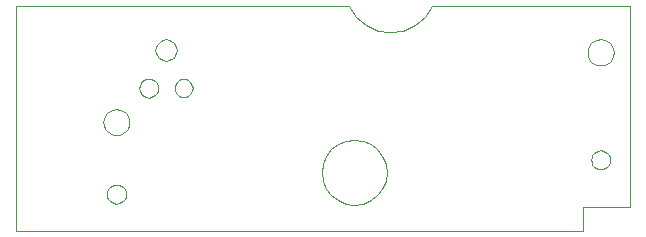
<source format=gm1>
G04 #@! TF.FileFunction,Profile,NP*
%FSLAX46Y46*%
G04 Gerber Fmt 4.6, Leading zero omitted, Abs format (unit mm)*
G04 Created by KiCad (PCBNEW 4.0.7) date 03/23/18 08:01:55*
%MOMM*%
%LPD*%
G01*
G04 APERTURE LIST*
%ADD10C,0.127000*%
%ADD11C,0.100000*%
G04 APERTURE END LIST*
D10*
D11*
X165470043Y-93020071D02*
X165242226Y-93194881D01*
X164957525Y-93687998D02*
X164920043Y-93972698D01*
X165067415Y-93422698D02*
X164957525Y-93687998D01*
X165242226Y-93194881D02*
X165067415Y-93422698D01*
X165735342Y-92910180D02*
X165470043Y-93020071D01*
X164920043Y-93972698D02*
X164957525Y-94257399D01*
X165470043Y-94925326D02*
X165735342Y-95035217D01*
X165242226Y-94750516D02*
X165470043Y-94925326D01*
X165067415Y-94522698D02*
X165242226Y-94750516D01*
X164957525Y-94257399D02*
X165067415Y-94522698D01*
X164520043Y-109072698D02*
X164520043Y-107072698D01*
X116520043Y-90072698D02*
X116520043Y-109072698D01*
X128155816Y-96302252D02*
X127962500Y-96223234D01*
X143795043Y-101741129D02*
X143225500Y-102178155D01*
X145881796Y-101466402D02*
X145170043Y-101372698D01*
X146545043Y-101741129D02*
X145881796Y-101466402D01*
X144458291Y-101466402D02*
X143795043Y-101741129D01*
X145170043Y-101372698D02*
X144458291Y-101466402D01*
X147114587Y-102178155D02*
X146545043Y-101741129D01*
X147826339Y-103410946D02*
X147551613Y-102747698D01*
X147551613Y-102747698D02*
X147114587Y-102178155D01*
X147920043Y-104122698D02*
X147826339Y-103410946D01*
X127962500Y-96223234D02*
X127755320Y-96196942D01*
X128322093Y-96428612D02*
X128155816Y-96302252D01*
X142788473Y-105497698D02*
X143225500Y-106067242D01*
X142513747Y-104834451D02*
X142788473Y-105497698D01*
X142513747Y-103410946D02*
X142420043Y-104122698D01*
X142788473Y-102747698D02*
X142513747Y-103410946D01*
X142420043Y-104122698D02*
X142513747Y-104834451D01*
X143225500Y-102178155D02*
X142788473Y-102747698D01*
X123957525Y-99587998D02*
X123920043Y-99872698D01*
X125020043Y-98772698D02*
X124735342Y-98810180D01*
X125020043Y-106772698D02*
X125227098Y-106745439D01*
X124735342Y-98810180D02*
X124470043Y-98920071D01*
X124067415Y-100422698D02*
X124242226Y-100650516D01*
X124067415Y-99322698D02*
X123957525Y-99587998D01*
X124242226Y-99094881D02*
X124067415Y-99322698D01*
X124470043Y-98920071D02*
X124242226Y-99094881D01*
X123957525Y-100157399D02*
X124067415Y-100422698D01*
X123920043Y-99872698D02*
X123957525Y-100157399D01*
X125020043Y-105172698D02*
X124812988Y-105199958D01*
X125585729Y-105407013D02*
X125420043Y-105279878D01*
X125792784Y-106179754D02*
X125820043Y-105972698D01*
X125792784Y-105765643D02*
X125712863Y-105572698D01*
X124620043Y-106665519D02*
X124812988Y-106745439D01*
X124454358Y-106538384D02*
X124620043Y-106665519D01*
X125585729Y-106538384D02*
X125712863Y-106372698D01*
X124620043Y-105279878D02*
X124454358Y-105407013D01*
X125227098Y-105199958D02*
X125020043Y-105172698D01*
X124327223Y-106372698D02*
X124454358Y-106538384D01*
X124812988Y-106745439D02*
X125020043Y-106772698D01*
X124247302Y-106179754D02*
X124327223Y-106372698D01*
X125820043Y-105972698D02*
X125792784Y-105765643D01*
X124247302Y-105765643D02*
X124220043Y-105972698D01*
X125712863Y-105572698D02*
X125585729Y-105407013D01*
X125712863Y-106372698D02*
X125792784Y-106179754D01*
X124220043Y-105972698D02*
X124247302Y-106179754D01*
X125227098Y-106745439D02*
X125420043Y-106665519D01*
X124812988Y-105199958D02*
X124620043Y-105279878D01*
X124327223Y-105572698D02*
X124247302Y-105765643D01*
X125420043Y-105279878D02*
X125227098Y-105199958D01*
X125420043Y-106665519D02*
X125585729Y-106538384D01*
X124454358Y-105407013D02*
X124327223Y-105572698D01*
X125304744Y-100935217D02*
X125570043Y-100825326D01*
X125570043Y-98920071D02*
X125304744Y-98810180D01*
X125797861Y-99094881D02*
X125570043Y-98920071D01*
X125972671Y-99322698D02*
X125797861Y-99094881D01*
X126120043Y-99872698D02*
X126082562Y-99587998D01*
X126082562Y-100157399D02*
X126120043Y-99872698D01*
X124470043Y-100825326D02*
X124735342Y-100935217D01*
X125797861Y-100650516D02*
X125972671Y-100422698D01*
X125020043Y-100972698D02*
X125304744Y-100935217D01*
X124735342Y-100935217D02*
X125020043Y-100972698D01*
X126082562Y-99587998D02*
X125972671Y-99322698D01*
X125304744Y-98810180D02*
X125020043Y-98772698D01*
X125972671Y-100422698D02*
X126082562Y-100157399D01*
X124242226Y-100650516D02*
X124470043Y-100825326D01*
X125570043Y-100825326D02*
X125797861Y-100650516D01*
X166304744Y-95035217D02*
X166570043Y-94925326D01*
X167082562Y-94257399D02*
X167120043Y-93972698D01*
X166972671Y-94522698D02*
X167082562Y-94257399D01*
X166570043Y-94925326D02*
X166797861Y-94750516D01*
X166797861Y-94750516D02*
X166972671Y-94522698D01*
X166020043Y-95072698D02*
X166304744Y-95035217D01*
X165735342Y-95035217D02*
X166020043Y-95072698D01*
X168520043Y-107072698D02*
X168520043Y-90072698D01*
X166020043Y-92872698D02*
X165735342Y-92910180D01*
X164520043Y-107072698D02*
X168520043Y-107072698D01*
X165454358Y-102507013D02*
X165327223Y-102672698D01*
X165620043Y-102379878D02*
X165454358Y-102507013D01*
X165247302Y-103279754D02*
X165327223Y-103472698D01*
X165220043Y-103072698D02*
X165247302Y-103279754D01*
X165247302Y-102865643D02*
X165220043Y-103072698D01*
X165327223Y-102672698D02*
X165247302Y-102865643D01*
X166020043Y-102272698D02*
X165812988Y-102299958D01*
X165812988Y-102299958D02*
X165620043Y-102379878D01*
X166712863Y-102672698D02*
X166585729Y-102507013D01*
X165620043Y-103765519D02*
X165812988Y-103845439D01*
X166792784Y-103279754D02*
X166820043Y-103072698D01*
X166820043Y-103072698D02*
X166792784Y-102865643D01*
X149295605Y-92120809D02*
X150287046Y-91677021D01*
X166420043Y-102379878D02*
X166227098Y-102299958D01*
X148220043Y-92272698D02*
X149295605Y-92120809D01*
X166585729Y-103638384D02*
X166712863Y-103472698D01*
X144720043Y-90072698D02*
X145323262Y-90976043D01*
X165454358Y-103638384D02*
X165620043Y-103765519D01*
X150287046Y-91677021D02*
X151116825Y-90976043D01*
X147144481Y-92120809D02*
X148220043Y-92272698D01*
X146153040Y-91677021D02*
X147144481Y-92120809D01*
X166227098Y-102299958D02*
X166020043Y-102272698D01*
X166227098Y-103845439D02*
X166420043Y-103765519D01*
X166792784Y-102865643D02*
X166712863Y-102672698D01*
X166420043Y-103765519D02*
X166585729Y-103638384D01*
X165812988Y-103845439D02*
X166020043Y-103872698D01*
X165327223Y-103472698D02*
X165454358Y-103638384D01*
X145323262Y-90976043D02*
X146153040Y-91677021D01*
X144720043Y-90072698D02*
X116520043Y-90072698D01*
X151116825Y-90976043D02*
X151720043Y-90072698D01*
X166585729Y-102507013D02*
X166420043Y-102379878D01*
X166020043Y-103872698D02*
X166227098Y-103845439D01*
X166712863Y-103472698D02*
X166792784Y-103279754D01*
X127362294Y-97691613D02*
X127555610Y-97770632D01*
X127068110Y-97400164D02*
X127196017Y-97565254D01*
X128997367Y-94641917D02*
X129230289Y-94672582D01*
X126987290Y-97207594D02*
X127068110Y-97400164D01*
X126985356Y-96793488D02*
X126959064Y-97000668D01*
X127190734Y-96433895D02*
X127064375Y-96600172D01*
X127064375Y-96600172D02*
X126985356Y-96793488D01*
X130099566Y-94005562D02*
X130130231Y-93772640D01*
X129680260Y-94552012D02*
X129866644Y-94408995D01*
X131249402Y-96460196D02*
X131092196Y-96339567D01*
X129463211Y-94641917D02*
X129680260Y-94552012D01*
X131370031Y-96617402D02*
X131249402Y-96460196D01*
X129230289Y-94672582D02*
X129463211Y-94641917D01*
X131445862Y-96800473D02*
X131370031Y-96617402D01*
X130712665Y-97755994D02*
X130909125Y-97730130D01*
X128780318Y-94552012D02*
X128997367Y-94641917D01*
X131471726Y-96996933D02*
X131445862Y-96800473D01*
X130099566Y-93539718D02*
X130009662Y-93322669D01*
X131249402Y-97533670D02*
X131370031Y-97376464D01*
X130909125Y-97730130D02*
X131092196Y-97654299D01*
X130516206Y-97730130D02*
X130712665Y-97755994D01*
X129463211Y-92903363D02*
X129230289Y-92872698D01*
X130009662Y-93322669D02*
X129866644Y-93136285D01*
X130175928Y-97533670D02*
X130333135Y-97654299D01*
X129979468Y-97193392D02*
X130055299Y-97376464D01*
X129953604Y-96996933D02*
X129979468Y-97193392D01*
X129979468Y-96800473D02*
X129953604Y-96996933D01*
X130055299Y-96617402D02*
X129979468Y-96800473D01*
X130333135Y-96339567D02*
X130175928Y-96460196D01*
X128450000Y-96593702D02*
X128322093Y-96428612D01*
X130009662Y-94222611D02*
X130099566Y-94005562D01*
X128530821Y-96786272D02*
X128450000Y-96593702D01*
X128559046Y-96993198D02*
X128530821Y-96786272D01*
X128532754Y-97200378D02*
X128559046Y-96993198D01*
X126959064Y-97000668D02*
X126987290Y-97207594D01*
X128453736Y-97393694D02*
X128532754Y-97200378D01*
X128593934Y-94408995D02*
X128780318Y-94552012D01*
X128327376Y-97559971D02*
X128453736Y-97393694D01*
X128162286Y-97687878D02*
X128327376Y-97559971D01*
X130130231Y-93772640D02*
X130099566Y-93539718D01*
X127969716Y-97768698D02*
X128162286Y-97687878D01*
X127555610Y-97770632D02*
X127762790Y-97796924D01*
X129866644Y-94408995D02*
X130009662Y-94222611D01*
X127762790Y-97796924D02*
X127969716Y-97768698D01*
X130333135Y-97654299D02*
X130516206Y-97730130D01*
X131445862Y-97193392D02*
X131471726Y-96996933D01*
X131370031Y-97376464D02*
X131445862Y-97193392D01*
X131092196Y-97654299D02*
X131249402Y-97533670D01*
X130055299Y-97376464D02*
X130175928Y-97533670D01*
X130175928Y-96460196D02*
X130055299Y-96617402D01*
X127196017Y-97565254D02*
X127362294Y-97691613D01*
X129866644Y-93136285D02*
X129680260Y-92993268D01*
X129680260Y-92993268D02*
X129463211Y-92903363D01*
X128780318Y-92993268D02*
X128593934Y-93136285D01*
X128997367Y-92903363D02*
X128780318Y-92993268D01*
X129230289Y-92872698D02*
X128997367Y-92903363D01*
X127548394Y-96225167D02*
X127355824Y-96305988D01*
X128450917Y-94222611D02*
X128593934Y-94408995D01*
X127355824Y-96305988D02*
X127190734Y-96433895D01*
X130516206Y-96263736D02*
X130333135Y-96339567D01*
X128361012Y-94005562D02*
X128450917Y-94222611D01*
X128330348Y-93772640D02*
X128361012Y-94005562D01*
X128361012Y-93539718D02*
X128330348Y-93772640D01*
X128450917Y-93322669D02*
X128361012Y-93539718D01*
X130712665Y-96237872D02*
X130516206Y-96263736D01*
X128593934Y-93136285D02*
X128450917Y-93322669D01*
X130909125Y-96263736D02*
X130712665Y-96237872D01*
X131092196Y-96339567D02*
X130909125Y-96263736D01*
X127755320Y-96196942D02*
X127548394Y-96225167D01*
X167082562Y-93687998D02*
X166972671Y-93422698D01*
X166304744Y-92910180D02*
X166020043Y-92872698D01*
X166570043Y-93020071D02*
X166304744Y-92910180D01*
X166797861Y-93194881D02*
X166570043Y-93020071D01*
X166972671Y-93422698D02*
X166797861Y-93194881D01*
X167120043Y-93972698D02*
X167082562Y-93687998D01*
X168520043Y-90072698D02*
X151720043Y-90072698D01*
X116520043Y-109072698D02*
X164520043Y-109072698D01*
X144458291Y-106778994D02*
X145170043Y-106872698D01*
X147114587Y-106067242D02*
X147551613Y-105497698D01*
X145881796Y-106778994D02*
X146545043Y-106504268D01*
X146545043Y-106504268D02*
X147114587Y-106067242D01*
X145170043Y-106872698D02*
X145881796Y-106778994D01*
X147826339Y-104834451D02*
X147920043Y-104122698D01*
X147551613Y-105497698D02*
X147826339Y-104834451D01*
X143225500Y-106067242D02*
X143795043Y-106504268D01*
X143795043Y-106504268D02*
X144458291Y-106778994D01*
M02*

</source>
